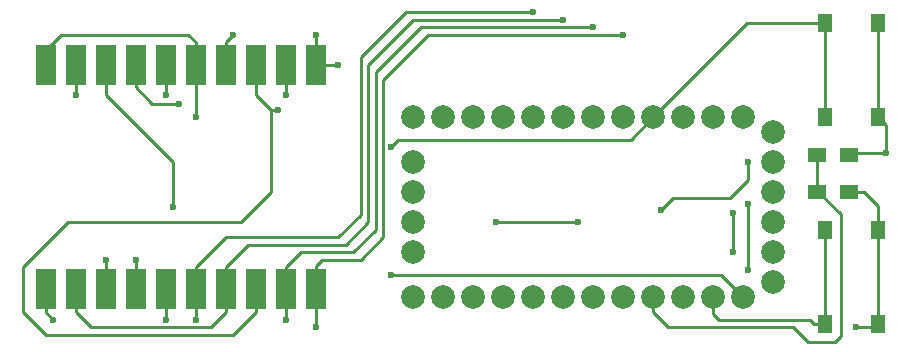
<source format=gbr>
G04 #@! TF.FileFunction,Copper,L1,Top,Signal*
%FSLAX46Y46*%
G04 Gerber Fmt 4.6, Leading zero omitted, Abs format (unit mm)*
G04 Created by KiCad (PCBNEW 4.0.0-rc1-stable) date 20/10/2015 4:38:48 p.m.*
%MOMM*%
G01*
G04 APERTURE LIST*
%ADD10C,0.100000*%
%ADD11R,1.700000X3.400000*%
%ADD12R,1.500000X1.300000*%
%ADD13C,2.000000*%
%ADD14R,1.300000X1.550000*%
%ADD15C,0.600000*%
%ADD16C,0.250000*%
G04 APERTURE END LIST*
D10*
D11*
X109220000Y-109830000D03*
X111760000Y-109830000D03*
X114300000Y-109830000D03*
X116840000Y-109830000D03*
X119380000Y-109830000D03*
X119380000Y-90830000D03*
X116840000Y-90830000D03*
X114300000Y-90830000D03*
X111760000Y-90830000D03*
X109220000Y-90830000D03*
D12*
X177245000Y-98425000D03*
X174545000Y-98425000D03*
X177245000Y-101600000D03*
X174545000Y-101600000D03*
D11*
X121920000Y-109830000D03*
X124460000Y-109830000D03*
X127000000Y-109830000D03*
X129540000Y-109830000D03*
X132080000Y-109830000D03*
X132080000Y-90830000D03*
X129540000Y-90830000D03*
X127000000Y-90830000D03*
X124460000Y-90830000D03*
X121920000Y-90830000D03*
D13*
X160655000Y-95250000D03*
X158115000Y-95250000D03*
X155575000Y-95250000D03*
X153035000Y-95250000D03*
X150495000Y-95250000D03*
X147955000Y-95250000D03*
X145415000Y-95250000D03*
X142875000Y-95250000D03*
X140335000Y-95250000D03*
X140335000Y-110490000D03*
X142875000Y-110490000D03*
X145415000Y-110490000D03*
X147955000Y-110490000D03*
X150495000Y-110490000D03*
X153035000Y-110490000D03*
X155575000Y-110490000D03*
X158115000Y-110490000D03*
X140335000Y-99060000D03*
X140335000Y-101600000D03*
X140335000Y-104140000D03*
X140335000Y-106680000D03*
X160655000Y-110490000D03*
X163195000Y-110490000D03*
X165735000Y-110490000D03*
X168275000Y-110490000D03*
X170815000Y-109220000D03*
X170815000Y-106680000D03*
X170815000Y-104140000D03*
X170815000Y-101600000D03*
X170815000Y-99060000D03*
X170815000Y-96520000D03*
X168275000Y-95250000D03*
X165735000Y-95250000D03*
X163195000Y-95250000D03*
D14*
X175205000Y-104775000D03*
X179705000Y-104775000D03*
X179705000Y-112725000D03*
X175205000Y-112725000D03*
X175205000Y-87300000D03*
X179705000Y-87300000D03*
X179705000Y-95250000D03*
X175205000Y-95250000D03*
D15*
X138430000Y-97790000D03*
X177800000Y-113030000D03*
X180340000Y-98298000D03*
X138430000Y-108585000D03*
X168656000Y-102616000D03*
X168656000Y-108204000D03*
X167386000Y-103378024D03*
X167386000Y-106680000D03*
X161290000Y-103124000D03*
X168656000Y-99060000D03*
X154305000Y-104140000D03*
X147320000Y-104140000D03*
X120015000Y-102870000D03*
X114300000Y-107315000D03*
X128905000Y-94615000D03*
X121920000Y-95250000D03*
X125095000Y-88265000D03*
X111760000Y-93345000D03*
X120523000Y-94107000D03*
X129540000Y-93345000D03*
X133985000Y-90805000D03*
X132080000Y-88265000D03*
X119380000Y-93345000D03*
X121920000Y-112395000D03*
X109855000Y-112395000D03*
X150495000Y-86360000D03*
X153035000Y-86995000D03*
X116840000Y-107315000D03*
X129540000Y-112395000D03*
X155575000Y-87630000D03*
X158115000Y-88265000D03*
X119380000Y-112395000D03*
X132080000Y-113030000D03*
D16*
X160655000Y-95250000D02*
X168605000Y-87300000D01*
X168605000Y-87300000D02*
X175205000Y-87300000D01*
X175205000Y-95250000D02*
X175205000Y-94225000D01*
X175205000Y-94225000D02*
X175205000Y-87300000D01*
X165735000Y-110490000D02*
X165735000Y-111904213D01*
X165735000Y-111904213D02*
X166225787Y-112395000D01*
X173975000Y-112395000D02*
X174305000Y-112725000D01*
X166225787Y-112395000D02*
X173975000Y-112395000D01*
X174305000Y-112725000D02*
X175205000Y-112725000D01*
X175205000Y-112725000D02*
X175205000Y-104775000D01*
X158750000Y-97155000D02*
X160655000Y-95250000D01*
X139065000Y-97155000D02*
X158750000Y-97155000D01*
X138430000Y-97790000D02*
X139065000Y-97155000D01*
X178535000Y-101600000D02*
X177245000Y-101600000D01*
X179705000Y-104775000D02*
X179705000Y-102770000D01*
X179705000Y-102770000D02*
X178535000Y-101600000D01*
X179705000Y-112725000D02*
X179705000Y-104775000D01*
X177800000Y-113030000D02*
X179400000Y-113030000D01*
X179400000Y-113030000D02*
X179705000Y-112725000D01*
X180340000Y-98298000D02*
X177372000Y-98298000D01*
X177372000Y-98298000D02*
X177245000Y-98425000D01*
X179705000Y-95250000D02*
X179705000Y-87300000D01*
X180340000Y-98298000D02*
X180340000Y-95885000D01*
X180340000Y-95885000D02*
X179705000Y-95250000D01*
X174545000Y-101600000D02*
X174545000Y-98425000D01*
X160655000Y-110490000D02*
X160655000Y-111760000D01*
X160655000Y-111760000D02*
X161925000Y-113030000D01*
X161925000Y-113030000D02*
X172466000Y-113030000D01*
X172466000Y-113030000D02*
X173736000Y-114300000D01*
X173736000Y-114300000D02*
X176022000Y-114300000D01*
X176022000Y-114300000D02*
X176530000Y-113792000D01*
X176530000Y-113792000D02*
X176530000Y-103485000D01*
X176530000Y-103485000D02*
X174645000Y-101600000D01*
X174645000Y-101600000D02*
X174545000Y-101600000D01*
X166370000Y-108585000D02*
X138430000Y-108585000D01*
X168275000Y-110490000D02*
X166370000Y-108585000D01*
X168656000Y-108204000D02*
X168656000Y-102616000D01*
X167386000Y-106680000D02*
X167386000Y-103378024D01*
X167132000Y-102108000D02*
X162306000Y-102108000D01*
X162306000Y-102108000D02*
X161290000Y-103124000D01*
X168656000Y-100584000D02*
X167132000Y-102108000D01*
X168656000Y-99060000D02*
X168656000Y-100584000D01*
X147320000Y-104140000D02*
X154305000Y-104140000D01*
X114300000Y-90830000D02*
X114300000Y-93345000D01*
X114300000Y-93345000D02*
X120015000Y-99060000D01*
X120015000Y-99060000D02*
X120015000Y-102870000D01*
X114300000Y-109830000D02*
X114300000Y-107315000D01*
X128270000Y-94615000D02*
X128905000Y-94615000D01*
X128270000Y-94615000D02*
X128270000Y-101600000D01*
X128270000Y-101600000D02*
X125730000Y-104140000D01*
X107315000Y-111760000D02*
X109220000Y-113665000D01*
X125730000Y-104140000D02*
X111125000Y-104140000D01*
X111125000Y-104140000D02*
X107315000Y-107950000D01*
X107315000Y-107950000D02*
X107315000Y-111760000D01*
X109220000Y-113665000D02*
X125095000Y-113665000D01*
X125095000Y-113665000D02*
X127000000Y-111760000D01*
X127000000Y-111760000D02*
X127000000Y-109830000D01*
X127000000Y-93345000D02*
X127000000Y-90830000D01*
X128270000Y-94615000D02*
X127000000Y-93345000D01*
X121920000Y-95250000D02*
X121920000Y-90830000D01*
X109220000Y-90830000D02*
X109220000Y-89535000D01*
X109220000Y-89535000D02*
X110490000Y-88265000D01*
X110490000Y-88265000D02*
X121285000Y-88265000D01*
X121285000Y-88265000D02*
X121920000Y-88900000D01*
X121920000Y-88900000D02*
X121920000Y-90830000D01*
X125095000Y-88265000D02*
X124460000Y-88900000D01*
X124460000Y-88900000D02*
X124460000Y-90830000D01*
X111760000Y-90830000D02*
X111760000Y-93345000D01*
X120523000Y-94107000D02*
X118237000Y-94107000D01*
X116840000Y-92710000D02*
X116840000Y-90830000D01*
X118237000Y-94107000D02*
X116840000Y-92710000D01*
X129540000Y-93345000D02*
X129540000Y-90830000D01*
X130175000Y-91440000D02*
X129540000Y-90830000D01*
X133985000Y-90805000D02*
X132105000Y-90805000D01*
X132105000Y-90805000D02*
X132080000Y-90830000D01*
X132080000Y-88265000D02*
X132080000Y-90830000D01*
X119380000Y-90830000D02*
X119380000Y-93345000D01*
X121920000Y-112395000D02*
X121920000Y-109830000D01*
X109220000Y-109830000D02*
X109220000Y-111780000D01*
X109220000Y-111780000D02*
X109835000Y-112395000D01*
X109835000Y-112395000D02*
X109855000Y-112395000D01*
X150495000Y-86360000D02*
X139700000Y-86360000D01*
X139700000Y-86360000D02*
X135890000Y-90170000D01*
X135890000Y-90170000D02*
X135890000Y-103505000D01*
X135890000Y-103505000D02*
X133985000Y-105410000D01*
X133985000Y-105410000D02*
X124460000Y-105410000D01*
X124460000Y-105410000D02*
X121920000Y-107950000D01*
X121920000Y-107950000D02*
X121920000Y-109830000D01*
X121920000Y-108585000D02*
X121920000Y-109830000D01*
X153035000Y-86995000D02*
X140335000Y-86995000D01*
X140335000Y-86995000D02*
X136525000Y-90805000D01*
X136525000Y-90805000D02*
X136525000Y-104140000D01*
X136525000Y-104140000D02*
X134620000Y-106045000D01*
X134620000Y-106045000D02*
X126365000Y-106045000D01*
X126365000Y-106045000D02*
X124460000Y-107950000D01*
X124460000Y-107950000D02*
X124460000Y-109830000D01*
X111760000Y-109830000D02*
X111760000Y-111760000D01*
X124460000Y-111760000D02*
X124460000Y-109830000D01*
X123190000Y-113030000D02*
X124460000Y-111760000D01*
X113030000Y-113030000D02*
X123190000Y-113030000D01*
X111760000Y-111760000D02*
X113030000Y-113030000D01*
X111760000Y-109830000D02*
X111760000Y-111125000D01*
X129540000Y-107950000D02*
X129540000Y-109830000D01*
X130810000Y-106680000D02*
X129540000Y-107950000D01*
X135255000Y-106680000D02*
X130810000Y-106680000D01*
X137160000Y-104775000D02*
X135255000Y-106680000D01*
X137160000Y-104775000D02*
X137160000Y-91440000D01*
X137160000Y-91440000D02*
X140970000Y-87630000D01*
X140970000Y-87630000D02*
X155575000Y-87630000D01*
X129540000Y-109830000D02*
X129540000Y-112395000D01*
X116840000Y-107315000D02*
X116840000Y-109830000D01*
X116840000Y-109830000D02*
X116840000Y-109220000D01*
X158115000Y-88265000D02*
X141605000Y-88265000D01*
X141605000Y-88265000D02*
X137795000Y-92075000D01*
X132645000Y-107315000D02*
X132080000Y-107880000D01*
X137795000Y-92075000D02*
X137795000Y-105410000D01*
X132080000Y-107880000D02*
X132080000Y-109830000D01*
X137795000Y-105410000D02*
X135890000Y-107315000D01*
X135890000Y-107315000D02*
X132645000Y-107315000D01*
X132080000Y-109830000D02*
X132080000Y-113030000D01*
X119380000Y-112395000D02*
X119380000Y-109830000D01*
X132080000Y-109830000D02*
X132080000Y-109220000D01*
M02*

</source>
